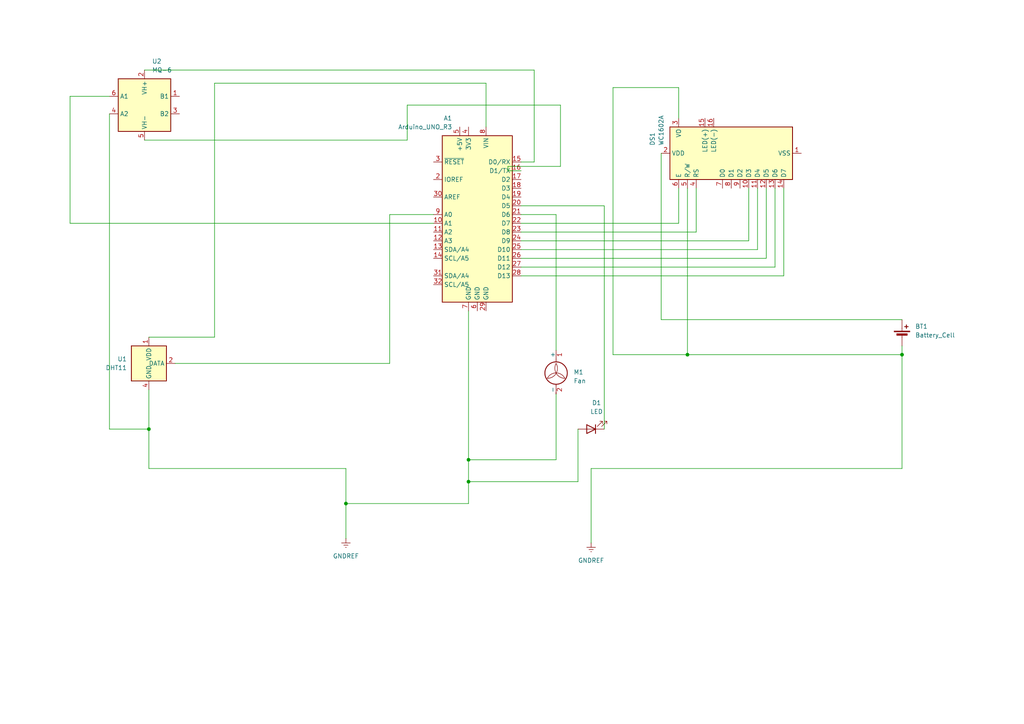
<source format=kicad_sch>
(kicad_sch
	(version 20231120)
	(generator "eeschema")
	(generator_version "8.0")
	(uuid "12108fae-816a-4abf-a157-ecc3889dd7a7")
	(paper "A4")
	(lib_symbols
		(symbol "Device:Battery_Cell"
			(pin_numbers hide)
			(pin_names
				(offset 0) hide)
			(exclude_from_sim no)
			(in_bom yes)
			(on_board yes)
			(property "Reference" "BT"
				(at 2.54 2.54 0)
				(effects
					(font
						(size 1.27 1.27)
					)
					(justify left)
				)
			)
			(property "Value" "Battery_Cell"
				(at 2.54 0 0)
				(effects
					(font
						(size 1.27 1.27)
					)
					(justify left)
				)
			)
			(property "Footprint" ""
				(at 0 1.524 90)
				(effects
					(font
						(size 1.27 1.27)
					)
					(hide yes)
				)
			)
			(property "Datasheet" "~"
				(at 0 1.524 90)
				(effects
					(font
						(size 1.27 1.27)
					)
					(hide yes)
				)
			)
			(property "Description" "Single-cell battery"
				(at 0 0 0)
				(effects
					(font
						(size 1.27 1.27)
					)
					(hide yes)
				)
			)
			(property "ki_keywords" "battery cell"
				(at 0 0 0)
				(effects
					(font
						(size 1.27 1.27)
					)
					(hide yes)
				)
			)
			(symbol "Battery_Cell_0_1"
				(rectangle
					(start -2.286 1.778)
					(end 2.286 1.524)
					(stroke
						(width 0)
						(type default)
					)
					(fill
						(type outline)
					)
				)
				(rectangle
					(start -1.524 1.016)
					(end 1.524 0.508)
					(stroke
						(width 0)
						(type default)
					)
					(fill
						(type outline)
					)
				)
				(polyline
					(pts
						(xy 0 0.762) (xy 0 0)
					)
					(stroke
						(width 0)
						(type default)
					)
					(fill
						(type none)
					)
				)
				(polyline
					(pts
						(xy 0 1.778) (xy 0 2.54)
					)
					(stroke
						(width 0)
						(type default)
					)
					(fill
						(type none)
					)
				)
				(polyline
					(pts
						(xy 0.762 3.048) (xy 1.778 3.048)
					)
					(stroke
						(width 0.254)
						(type default)
					)
					(fill
						(type none)
					)
				)
				(polyline
					(pts
						(xy 1.27 3.556) (xy 1.27 2.54)
					)
					(stroke
						(width 0.254)
						(type default)
					)
					(fill
						(type none)
					)
				)
			)
			(symbol "Battery_Cell_1_1"
				(pin passive line
					(at 0 5.08 270)
					(length 2.54)
					(name "+"
						(effects
							(font
								(size 1.27 1.27)
							)
						)
					)
					(number "1"
						(effects
							(font
								(size 1.27 1.27)
							)
						)
					)
				)
				(pin passive line
					(at 0 -2.54 90)
					(length 2.54)
					(name "-"
						(effects
							(font
								(size 1.27 1.27)
							)
						)
					)
					(number "2"
						(effects
							(font
								(size 1.27 1.27)
							)
						)
					)
				)
			)
		)
		(symbol "Device:LED"
			(pin_numbers hide)
			(pin_names
				(offset 1.016) hide)
			(exclude_from_sim no)
			(in_bom yes)
			(on_board yes)
			(property "Reference" "D"
				(at 0 2.54 0)
				(effects
					(font
						(size 1.27 1.27)
					)
				)
			)
			(property "Value" "LED"
				(at 0 -2.54 0)
				(effects
					(font
						(size 1.27 1.27)
					)
				)
			)
			(property "Footprint" ""
				(at 0 0 0)
				(effects
					(font
						(size 1.27 1.27)
					)
					(hide yes)
				)
			)
			(property "Datasheet" "~"
				(at 0 0 0)
				(effects
					(font
						(size 1.27 1.27)
					)
					(hide yes)
				)
			)
			(property "Description" "Light emitting diode"
				(at 0 0 0)
				(effects
					(font
						(size 1.27 1.27)
					)
					(hide yes)
				)
			)
			(property "ki_keywords" "LED diode"
				(at 0 0 0)
				(effects
					(font
						(size 1.27 1.27)
					)
					(hide yes)
				)
			)
			(property "ki_fp_filters" "LED* LED_SMD:* LED_THT:*"
				(at 0 0 0)
				(effects
					(font
						(size 1.27 1.27)
					)
					(hide yes)
				)
			)
			(symbol "LED_0_1"
				(polyline
					(pts
						(xy -1.27 -1.27) (xy -1.27 1.27)
					)
					(stroke
						(width 0.254)
						(type default)
					)
					(fill
						(type none)
					)
				)
				(polyline
					(pts
						(xy -1.27 0) (xy 1.27 0)
					)
					(stroke
						(width 0)
						(type default)
					)
					(fill
						(type none)
					)
				)
				(polyline
					(pts
						(xy 1.27 -1.27) (xy 1.27 1.27) (xy -1.27 0) (xy 1.27 -1.27)
					)
					(stroke
						(width 0.254)
						(type default)
					)
					(fill
						(type none)
					)
				)
				(polyline
					(pts
						(xy -3.048 -0.762) (xy -4.572 -2.286) (xy -3.81 -2.286) (xy -4.572 -2.286) (xy -4.572 -1.524)
					)
					(stroke
						(width 0)
						(type default)
					)
					(fill
						(type none)
					)
				)
				(polyline
					(pts
						(xy -1.778 -0.762) (xy -3.302 -2.286) (xy -2.54 -2.286) (xy -3.302 -2.286) (xy -3.302 -1.524)
					)
					(stroke
						(width 0)
						(type default)
					)
					(fill
						(type none)
					)
				)
			)
			(symbol "LED_1_1"
				(pin passive line
					(at -3.81 0 0)
					(length 2.54)
					(name "K"
						(effects
							(font
								(size 1.27 1.27)
							)
						)
					)
					(number "1"
						(effects
							(font
								(size 1.27 1.27)
							)
						)
					)
				)
				(pin passive line
					(at 3.81 0 180)
					(length 2.54)
					(name "A"
						(effects
							(font
								(size 1.27 1.27)
							)
						)
					)
					(number "2"
						(effects
							(font
								(size 1.27 1.27)
							)
						)
					)
				)
			)
		)
		(symbol "Display_Character:WC1602A"
			(exclude_from_sim no)
			(in_bom yes)
			(on_board yes)
			(property "Reference" "DS"
				(at -5.842 19.05 0)
				(effects
					(font
						(size 1.27 1.27)
					)
				)
			)
			(property "Value" "WC1602A"
				(at 5.334 19.05 0)
				(effects
					(font
						(size 1.27 1.27)
					)
				)
			)
			(property "Footprint" "Display:WC1602A"
				(at 0 -22.86 0)
				(effects
					(font
						(size 1.27 1.27)
						(italic yes)
					)
					(hide yes)
				)
			)
			(property "Datasheet" "http://www.wincomlcd.com/pdf/WC1602A-SFYLYHTC06.pdf"
				(at 17.78 0 0)
				(effects
					(font
						(size 1.27 1.27)
					)
					(hide yes)
				)
			)
			(property "Description" "LCD 16x2 Alphanumeric , 8 bit parallel bus, 5V VDD"
				(at 0 0 0)
				(effects
					(font
						(size 1.27 1.27)
					)
					(hide yes)
				)
			)
			(property "ki_keywords" "display LCD dot-matrix"
				(at 0 0 0)
				(effects
					(font
						(size 1.27 1.27)
					)
					(hide yes)
				)
			)
			(property "ki_fp_filters" "*WC*1602A*"
				(at 0 0 0)
				(effects
					(font
						(size 1.27 1.27)
					)
					(hide yes)
				)
			)
			(symbol "WC1602A_1_1"
				(rectangle
					(start -7.62 17.78)
					(end 7.62 -17.78)
					(stroke
						(width 0.254)
						(type default)
					)
					(fill
						(type background)
					)
				)
				(pin power_in line
					(at 0 -20.32 90)
					(length 2.54)
					(name "VSS"
						(effects
							(font
								(size 1.27 1.27)
							)
						)
					)
					(number "1"
						(effects
							(font
								(size 1.27 1.27)
							)
						)
					)
				)
				(pin input line
					(at -10.16 -5.08 0)
					(length 2.54)
					(name "D3"
						(effects
							(font
								(size 1.27 1.27)
							)
						)
					)
					(number "10"
						(effects
							(font
								(size 1.27 1.27)
							)
						)
					)
				)
				(pin input line
					(at -10.16 -7.62 0)
					(length 2.54)
					(name "D4"
						(effects
							(font
								(size 1.27 1.27)
							)
						)
					)
					(number "11"
						(effects
							(font
								(size 1.27 1.27)
							)
						)
					)
				)
				(pin input line
					(at -10.16 -10.16 0)
					(length 2.54)
					(name "D5"
						(effects
							(font
								(size 1.27 1.27)
							)
						)
					)
					(number "12"
						(effects
							(font
								(size 1.27 1.27)
							)
						)
					)
				)
				(pin input line
					(at -10.16 -12.7 0)
					(length 2.54)
					(name "D6"
						(effects
							(font
								(size 1.27 1.27)
							)
						)
					)
					(number "13"
						(effects
							(font
								(size 1.27 1.27)
							)
						)
					)
				)
				(pin input line
					(at -10.16 -15.24 0)
					(length 2.54)
					(name "D7"
						(effects
							(font
								(size 1.27 1.27)
							)
						)
					)
					(number "14"
						(effects
							(font
								(size 1.27 1.27)
							)
						)
					)
				)
				(pin power_in line
					(at 10.16 7.62 180)
					(length 2.54)
					(name "LED(+)"
						(effects
							(font
								(size 1.27 1.27)
							)
						)
					)
					(number "15"
						(effects
							(font
								(size 1.27 1.27)
							)
						)
					)
				)
				(pin power_in line
					(at 10.16 5.08 180)
					(length 2.54)
					(name "LED(-)"
						(effects
							(font
								(size 1.27 1.27)
							)
						)
					)
					(number "16"
						(effects
							(font
								(size 1.27 1.27)
							)
						)
					)
				)
				(pin power_in line
					(at 0 20.32 270)
					(length 2.54)
					(name "VDD"
						(effects
							(font
								(size 1.27 1.27)
							)
						)
					)
					(number "2"
						(effects
							(font
								(size 1.27 1.27)
							)
						)
					)
				)
				(pin input line
					(at 10.16 15.24 180)
					(length 2.54)
					(name "VO"
						(effects
							(font
								(size 1.27 1.27)
							)
						)
					)
					(number "3"
						(effects
							(font
								(size 1.27 1.27)
							)
						)
					)
				)
				(pin input line
					(at -10.16 10.16 0)
					(length 2.54)
					(name "RS"
						(effects
							(font
								(size 1.27 1.27)
							)
						)
					)
					(number "4"
						(effects
							(font
								(size 1.27 1.27)
							)
						)
					)
				)
				(pin input line
					(at -10.16 12.7 0)
					(length 2.54)
					(name "R/W"
						(effects
							(font
								(size 1.27 1.27)
							)
						)
					)
					(number "5"
						(effects
							(font
								(size 1.27 1.27)
							)
						)
					)
				)
				(pin input line
					(at -10.16 15.24 0)
					(length 2.54)
					(name "E"
						(effects
							(font
								(size 1.27 1.27)
							)
						)
					)
					(number "6"
						(effects
							(font
								(size 1.27 1.27)
							)
						)
					)
				)
				(pin input line
					(at -10.16 2.54 0)
					(length 2.54)
					(name "D0"
						(effects
							(font
								(size 1.27 1.27)
							)
						)
					)
					(number "7"
						(effects
							(font
								(size 1.27 1.27)
							)
						)
					)
				)
				(pin input line
					(at -10.16 0 0)
					(length 2.54)
					(name "D1"
						(effects
							(font
								(size 1.27 1.27)
							)
						)
					)
					(number "8"
						(effects
							(font
								(size 1.27 1.27)
							)
						)
					)
				)
				(pin input line
					(at -10.16 -2.54 0)
					(length 2.54)
					(name "D2"
						(effects
							(font
								(size 1.27 1.27)
							)
						)
					)
					(number "9"
						(effects
							(font
								(size 1.27 1.27)
							)
						)
					)
				)
			)
		)
		(symbol "MCU_Module:Arduino_UNO_R3"
			(exclude_from_sim no)
			(in_bom yes)
			(on_board yes)
			(property "Reference" "A"
				(at -10.16 23.495 0)
				(effects
					(font
						(size 1.27 1.27)
					)
					(justify left bottom)
				)
			)
			(property "Value" "Arduino_UNO_R3"
				(at 5.08 -26.67 0)
				(effects
					(font
						(size 1.27 1.27)
					)
					(justify left top)
				)
			)
			(property "Footprint" "Module:Arduino_UNO_R3"
				(at 0 0 0)
				(effects
					(font
						(size 1.27 1.27)
						(italic yes)
					)
					(hide yes)
				)
			)
			(property "Datasheet" "https://www.arduino.cc/en/Main/arduinoBoardUno"
				(at 0 0 0)
				(effects
					(font
						(size 1.27 1.27)
					)
					(hide yes)
				)
			)
			(property "Description" "Arduino UNO Microcontroller Module, release 3"
				(at 0 0 0)
				(effects
					(font
						(size 1.27 1.27)
					)
					(hide yes)
				)
			)
			(property "ki_keywords" "Arduino UNO R3 Microcontroller Module Atmel AVR USB"
				(at 0 0 0)
				(effects
					(font
						(size 1.27 1.27)
					)
					(hide yes)
				)
			)
			(property "ki_fp_filters" "Arduino*UNO*R3*"
				(at 0 0 0)
				(effects
					(font
						(size 1.27 1.27)
					)
					(hide yes)
				)
			)
			(symbol "Arduino_UNO_R3_0_1"
				(rectangle
					(start -10.16 22.86)
					(end 10.16 -25.4)
					(stroke
						(width 0.254)
						(type default)
					)
					(fill
						(type background)
					)
				)
			)
			(symbol "Arduino_UNO_R3_1_1"
				(pin no_connect line
					(at -10.16 -20.32 0)
					(length 2.54) hide
					(name "NC"
						(effects
							(font
								(size 1.27 1.27)
							)
						)
					)
					(number "1"
						(effects
							(font
								(size 1.27 1.27)
							)
						)
					)
				)
				(pin bidirectional line
					(at 12.7 -2.54 180)
					(length 2.54)
					(name "A1"
						(effects
							(font
								(size 1.27 1.27)
							)
						)
					)
					(number "10"
						(effects
							(font
								(size 1.27 1.27)
							)
						)
					)
				)
				(pin bidirectional line
					(at 12.7 -5.08 180)
					(length 2.54)
					(name "A2"
						(effects
							(font
								(size 1.27 1.27)
							)
						)
					)
					(number "11"
						(effects
							(font
								(size 1.27 1.27)
							)
						)
					)
				)
				(pin bidirectional line
					(at 12.7 -7.62 180)
					(length 2.54)
					(name "A3"
						(effects
							(font
								(size 1.27 1.27)
							)
						)
					)
					(number "12"
						(effects
							(font
								(size 1.27 1.27)
							)
						)
					)
				)
				(pin bidirectional line
					(at 12.7 -10.16 180)
					(length 2.54)
					(name "SDA/A4"
						(effects
							(font
								(size 1.27 1.27)
							)
						)
					)
					(number "13"
						(effects
							(font
								(size 1.27 1.27)
							)
						)
					)
				)
				(pin bidirectional line
					(at 12.7 -12.7 180)
					(length 2.54)
					(name "SCL/A5"
						(effects
							(font
								(size 1.27 1.27)
							)
						)
					)
					(number "14"
						(effects
							(font
								(size 1.27 1.27)
							)
						)
					)
				)
				(pin bidirectional line
					(at -12.7 15.24 0)
					(length 2.54)
					(name "D0/RX"
						(effects
							(font
								(size 1.27 1.27)
							)
						)
					)
					(number "15"
						(effects
							(font
								(size 1.27 1.27)
							)
						)
					)
				)
				(pin bidirectional line
					(at -12.7 12.7 0)
					(length 2.54)
					(name "D1/TX"
						(effects
							(font
								(size 1.27 1.27)
							)
						)
					)
					(number "16"
						(effects
							(font
								(size 1.27 1.27)
							)
						)
					)
				)
				(pin bidirectional line
					(at -12.7 10.16 0)
					(length 2.54)
					(name "D2"
						(effects
							(font
								(size 1.27 1.27)
							)
						)
					)
					(number "17"
						(effects
							(font
								(size 1.27 1.27)
							)
						)
					)
				)
				(pin bidirectional line
					(at -12.7 7.62 0)
					(length 2.54)
					(name "D3"
						(effects
							(font
								(size 1.27 1.27)
							)
						)
					)
					(number "18"
						(effects
							(font
								(size 1.27 1.27)
							)
						)
					)
				)
				(pin bidirectional line
					(at -12.7 5.08 0)
					(length 2.54)
					(name "D4"
						(effects
							(font
								(size 1.27 1.27)
							)
						)
					)
					(number "19"
						(effects
							(font
								(size 1.27 1.27)
							)
						)
					)
				)
				(pin output line
					(at 12.7 10.16 180)
					(length 2.54)
					(name "IOREF"
						(effects
							(font
								(size 1.27 1.27)
							)
						)
					)
					(number "2"
						(effects
							(font
								(size 1.27 1.27)
							)
						)
					)
				)
				(pin bidirectional line
					(at -12.7 2.54 0)
					(length 2.54)
					(name "D5"
						(effects
							(font
								(size 1.27 1.27)
							)
						)
					)
					(number "20"
						(effects
							(font
								(size 1.27 1.27)
							)
						)
					)
				)
				(pin bidirectional line
					(at -12.7 0 0)
					(length 2.54)
					(name "D6"
						(effects
							(font
								(size 1.27 1.27)
							)
						)
					)
					(number "21"
						(effects
							(font
								(size 1.27 1.27)
							)
						)
					)
				)
				(pin bidirectional line
					(at -12.7 -2.54 0)
					(length 2.54)
					(name "D7"
						(effects
							(font
								(size 1.27 1.27)
							)
						)
					)
					(number "22"
						(effects
							(font
								(size 1.27 1.27)
							)
						)
					)
				)
				(pin bidirectional line
					(at -12.7 -5.08 0)
					(length 2.54)
					(name "D8"
						(effects
							(font
								(size 1.27 1.27)
							)
						)
					)
					(number "23"
						(effects
							(font
								(size 1.27 1.27)
							)
						)
					)
				)
				(pin bidirectional line
					(at -12.7 -7.62 0)
					(length 2.54)
					(name "D9"
						(effects
							(font
								(size 1.27 1.27)
							)
						)
					)
					(number "24"
						(effects
							(font
								(size 1.27 1.27)
							)
						)
					)
				)
				(pin bidirectional line
					(at -12.7 -10.16 0)
					(length 2.54)
					(name "D10"
						(effects
							(font
								(size 1.27 1.27)
							)
						)
					)
					(number "25"
						(effects
							(font
								(size 1.27 1.27)
							)
						)
					)
				)
				(pin bidirectional line
					(at -12.7 -12.7 0)
					(length 2.54)
					(name "D11"
						(effects
							(font
								(size 1.27 1.27)
							)
						)
					)
					(number "26"
						(effects
							(font
								(size 1.27 1.27)
							)
						)
					)
				)
				(pin bidirectional line
					(at -12.7 -15.24 0)
					(length 2.54)
					(name "D12"
						(effects
							(font
								(size 1.27 1.27)
							)
						)
					)
					(number "27"
						(effects
							(font
								(size 1.27 1.27)
							)
						)
					)
				)
				(pin bidirectional line
					(at -12.7 -17.78 0)
					(length 2.54)
					(name "D13"
						(effects
							(font
								(size 1.27 1.27)
							)
						)
					)
					(number "28"
						(effects
							(font
								(size 1.27 1.27)
							)
						)
					)
				)
				(pin power_in line
					(at -2.54 -27.94 90)
					(length 2.54)
					(name "GND"
						(effects
							(font
								(size 1.27 1.27)
							)
						)
					)
					(number "29"
						(effects
							(font
								(size 1.27 1.27)
							)
						)
					)
				)
				(pin input line
					(at 12.7 15.24 180)
					(length 2.54)
					(name "~{RESET}"
						(effects
							(font
								(size 1.27 1.27)
							)
						)
					)
					(number "3"
						(effects
							(font
								(size 1.27 1.27)
							)
						)
					)
				)
				(pin input line
					(at 12.7 5.08 180)
					(length 2.54)
					(name "AREF"
						(effects
							(font
								(size 1.27 1.27)
							)
						)
					)
					(number "30"
						(effects
							(font
								(size 1.27 1.27)
							)
						)
					)
				)
				(pin bidirectional line
					(at 12.7 -17.78 180)
					(length 2.54)
					(name "SDA/A4"
						(effects
							(font
								(size 1.27 1.27)
							)
						)
					)
					(number "31"
						(effects
							(font
								(size 1.27 1.27)
							)
						)
					)
				)
				(pin bidirectional line
					(at 12.7 -20.32 180)
					(length 2.54)
					(name "SCL/A5"
						(effects
							(font
								(size 1.27 1.27)
							)
						)
					)
					(number "32"
						(effects
							(font
								(size 1.27 1.27)
							)
						)
					)
				)
				(pin power_out line
					(at 2.54 25.4 270)
					(length 2.54)
					(name "3V3"
						(effects
							(font
								(size 1.27 1.27)
							)
						)
					)
					(number "4"
						(effects
							(font
								(size 1.27 1.27)
							)
						)
					)
				)
				(pin power_out line
					(at 5.08 25.4 270)
					(length 2.54)
					(name "+5V"
						(effects
							(font
								(size 1.27 1.27)
							)
						)
					)
					(number "5"
						(effects
							(font
								(size 1.27 1.27)
							)
						)
					)
				)
				(pin power_in line
					(at 0 -27.94 90)
					(length 2.54)
					(name "GND"
						(effects
							(font
								(size 1.27 1.27)
							)
						)
					)
					(number "6"
						(effects
							(font
								(size 1.27 1.27)
							)
						)
					)
				)
				(pin power_in line
					(at 2.54 -27.94 90)
					(length 2.54)
					(name "GND"
						(effects
							(font
								(size 1.27 1.27)
							)
						)
					)
					(number "7"
						(effects
							(font
								(size 1.27 1.27)
							)
						)
					)
				)
				(pin power_in line
					(at -2.54 25.4 270)
					(length 2.54)
					(name "VIN"
						(effects
							(font
								(size 1.27 1.27)
							)
						)
					)
					(number "8"
						(effects
							(font
								(size 1.27 1.27)
							)
						)
					)
				)
				(pin bidirectional line
					(at 12.7 0 180)
					(length 2.54)
					(name "A0"
						(effects
							(font
								(size 1.27 1.27)
							)
						)
					)
					(number "9"
						(effects
							(font
								(size 1.27 1.27)
							)
						)
					)
				)
			)
		)
		(symbol "Motor:Fan"
			(pin_names
				(offset 0)
			)
			(exclude_from_sim no)
			(in_bom yes)
			(on_board yes)
			(property "Reference" "M"
				(at 2.54 5.08 0)
				(effects
					(font
						(size 1.27 1.27)
					)
					(justify left)
				)
			)
			(property "Value" "Fan"
				(at 2.54 -2.54 0)
				(effects
					(font
						(size 1.27 1.27)
					)
					(justify left top)
				)
			)
			(property "Footprint" ""
				(at 0 0.254 0)
				(effects
					(font
						(size 1.27 1.27)
					)
					(hide yes)
				)
			)
			(property "Datasheet" "~"
				(at 0 0.254 0)
				(effects
					(font
						(size 1.27 1.27)
					)
					(hide yes)
				)
			)
			(property "Description" "Fan"
				(at 0 0 0)
				(effects
					(font
						(size 1.27 1.27)
					)
					(hide yes)
				)
			)
			(property "ki_keywords" "Fan Motor"
				(at 0 0 0)
				(effects
					(font
						(size 1.27 1.27)
					)
					(hide yes)
				)
			)
			(property "ki_fp_filters" "PinHeader*P2.54mm* TerminalBlock*"
				(at 0 0 0)
				(effects
					(font
						(size 1.27 1.27)
					)
					(hide yes)
				)
			)
			(symbol "Fan_0_1"
				(arc
					(start -2.54 -0.508)
					(mid 0.0028 0.9121)
					(end 0 3.81)
					(stroke
						(width 0)
						(type default)
					)
					(fill
						(type none)
					)
				)
				(polyline
					(pts
						(xy 0 -5.08) (xy 0 -4.572)
					)
					(stroke
						(width 0)
						(type default)
					)
					(fill
						(type none)
					)
				)
				(polyline
					(pts
						(xy 0 -2.2352) (xy 0 -2.6416)
					)
					(stroke
						(width 0)
						(type default)
					)
					(fill
						(type none)
					)
				)
				(polyline
					(pts
						(xy 0 4.2672) (xy 0 4.6228)
					)
					(stroke
						(width 0)
						(type default)
					)
					(fill
						(type none)
					)
				)
				(polyline
					(pts
						(xy 0 4.572) (xy 0 5.08)
					)
					(stroke
						(width 0)
						(type default)
					)
					(fill
						(type none)
					)
				)
				(circle
					(center 0 1.016)
					(radius 3.2512)
					(stroke
						(width 0.254)
						(type default)
					)
					(fill
						(type none)
					)
				)
				(arc
					(start 0 3.81)
					(mid 0.053 0.921)
					(end 2.54 -0.508)
					(stroke
						(width 0)
						(type default)
					)
					(fill
						(type none)
					)
				)
				(arc
					(start 2.54 -0.508)
					(mid 0 1.0618)
					(end -2.54 -0.508)
					(stroke
						(width 0)
						(type default)
					)
					(fill
						(type none)
					)
				)
			)
			(symbol "Fan_1_1"
				(pin passive line
					(at 0 7.62 270)
					(length 2.54)
					(name "+"
						(effects
							(font
								(size 1.27 1.27)
							)
						)
					)
					(number "1"
						(effects
							(font
								(size 1.27 1.27)
							)
						)
					)
				)
				(pin passive line
					(at 0 -5.08 90)
					(length 2.54)
					(name "-"
						(effects
							(font
								(size 1.27 1.27)
							)
						)
					)
					(number "2"
						(effects
							(font
								(size 1.27 1.27)
							)
						)
					)
				)
			)
		)
		(symbol "Sensor:DHT11"
			(exclude_from_sim no)
			(in_bom yes)
			(on_board yes)
			(property "Reference" "U"
				(at -3.81 6.35 0)
				(effects
					(font
						(size 1.27 1.27)
					)
				)
			)
			(property "Value" "DHT11"
				(at 3.81 6.35 0)
				(effects
					(font
						(size 1.27 1.27)
					)
				)
			)
			(property "Footprint" "Sensor:Aosong_DHT11_5.5x12.0_P2.54mm"
				(at 0 -10.16 0)
				(effects
					(font
						(size 1.27 1.27)
					)
					(hide yes)
				)
			)
			(property "Datasheet" "http://akizukidenshi.com/download/ds/aosong/DHT11.pdf"
				(at 3.81 6.35 0)
				(effects
					(font
						(size 1.27 1.27)
					)
					(hide yes)
				)
			)
			(property "Description" "3.3V to 5.5V, temperature and humidity module, DHT11"
				(at 0 0 0)
				(effects
					(font
						(size 1.27 1.27)
					)
					(hide yes)
				)
			)
			(property "ki_keywords" "digital sensor"
				(at 0 0 0)
				(effects
					(font
						(size 1.27 1.27)
					)
					(hide yes)
				)
			)
			(property "ki_fp_filters" "Aosong*DHT11*5.5x12.0*P2.54mm*"
				(at 0 0 0)
				(effects
					(font
						(size 1.27 1.27)
					)
					(hide yes)
				)
			)
			(symbol "DHT11_0_1"
				(rectangle
					(start -5.08 5.08)
					(end 5.08 -5.08)
					(stroke
						(width 0.254)
						(type default)
					)
					(fill
						(type background)
					)
				)
			)
			(symbol "DHT11_1_1"
				(pin power_in line
					(at 0 7.62 270)
					(length 2.54)
					(name "VDD"
						(effects
							(font
								(size 1.27 1.27)
							)
						)
					)
					(number "1"
						(effects
							(font
								(size 1.27 1.27)
							)
						)
					)
				)
				(pin bidirectional line
					(at 7.62 0 180)
					(length 2.54)
					(name "DATA"
						(effects
							(font
								(size 1.27 1.27)
							)
						)
					)
					(number "2"
						(effects
							(font
								(size 1.27 1.27)
							)
						)
					)
				)
				(pin no_connect line
					(at -5.08 0 0)
					(length 2.54) hide
					(name "NC"
						(effects
							(font
								(size 1.27 1.27)
							)
						)
					)
					(number "3"
						(effects
							(font
								(size 1.27 1.27)
							)
						)
					)
				)
				(pin power_in line
					(at 0 -7.62 90)
					(length 2.54)
					(name "GND"
						(effects
							(font
								(size 1.27 1.27)
							)
						)
					)
					(number "4"
						(effects
							(font
								(size 1.27 1.27)
							)
						)
					)
				)
			)
		)
		(symbol "Sensor_Gas:MQ-6"
			(exclude_from_sim no)
			(in_bom yes)
			(on_board yes)
			(property "Reference" "U"
				(at -6.35 8.89 0)
				(effects
					(font
						(size 1.27 1.27)
					)
				)
			)
			(property "Value" "MQ-6"
				(at 3.81 8.89 0)
				(effects
					(font
						(size 1.27 1.27)
					)
				)
			)
			(property "Footprint" "Sensor:MQ-6"
				(at 1.27 -11.43 0)
				(effects
					(font
						(size 1.27 1.27)
					)
					(hide yes)
				)
			)
			(property "Datasheet" "https://www.winsen-sensor.com/d/files/semiconductor/mq-6.pdf"
				(at 0 6.35 0)
				(effects
					(font
						(size 1.27 1.27)
					)
					(hide yes)
				)
			)
			(property "Description" "Semiconductor Sensor for Flammable Gas"
				(at 0 0 0)
				(effects
					(font
						(size 1.27 1.27)
					)
					(hide yes)
				)
			)
			(property "ki_keywords" "flammable gas sensor LPG"
				(at 0 0 0)
				(effects
					(font
						(size 1.27 1.27)
					)
					(hide yes)
				)
			)
			(property "ki_fp_filters" "*MQ*6*"
				(at 0 0 0)
				(effects
					(font
						(size 1.27 1.27)
					)
					(hide yes)
				)
			)
			(symbol "MQ-6_0_1"
				(rectangle
					(start -7.62 7.62)
					(end 7.62 -7.62)
					(stroke
						(width 0.254)
						(type default)
					)
					(fill
						(type background)
					)
				)
			)
			(symbol "MQ-6_1_1"
				(pin passive line
					(at 10.16 2.54 180)
					(length 2.54)
					(name "B1"
						(effects
							(font
								(size 1.27 1.27)
							)
						)
					)
					(number "1"
						(effects
							(font
								(size 1.27 1.27)
							)
						)
					)
				)
				(pin power_in line
					(at 0 10.16 270)
					(length 2.54)
					(name "VH+"
						(effects
							(font
								(size 1.27 1.27)
							)
						)
					)
					(number "2"
						(effects
							(font
								(size 1.27 1.27)
							)
						)
					)
				)
				(pin passive line
					(at 10.16 -2.54 180)
					(length 2.54)
					(name "B2"
						(effects
							(font
								(size 1.27 1.27)
							)
						)
					)
					(number "3"
						(effects
							(font
								(size 1.27 1.27)
							)
						)
					)
				)
				(pin passive line
					(at -10.16 -2.54 0)
					(length 2.54)
					(name "A2"
						(effects
							(font
								(size 1.27 1.27)
							)
						)
					)
					(number "4"
						(effects
							(font
								(size 1.27 1.27)
							)
						)
					)
				)
				(pin power_in line
					(at 0 -10.16 90)
					(length 2.54)
					(name "VH-"
						(effects
							(font
								(size 1.27 1.27)
							)
						)
					)
					(number "5"
						(effects
							(font
								(size 1.27 1.27)
							)
						)
					)
				)
				(pin passive line
					(at -10.16 2.54 0)
					(length 2.54)
					(name "A1"
						(effects
							(font
								(size 1.27 1.27)
							)
						)
					)
					(number "6"
						(effects
							(font
								(size 1.27 1.27)
							)
						)
					)
				)
			)
		)
		(symbol "power:GNDREF"
			(power)
			(pin_numbers hide)
			(pin_names
				(offset 0) hide)
			(exclude_from_sim no)
			(in_bom yes)
			(on_board yes)
			(property "Reference" "#PWR"
				(at 0 -6.35 0)
				(effects
					(font
						(size 1.27 1.27)
					)
					(hide yes)
				)
			)
			(property "Value" "GNDREF"
				(at 0 -3.81 0)
				(effects
					(font
						(size 1.27 1.27)
					)
				)
			)
			(property "Footprint" ""
				(at 0 0 0)
				(effects
					(font
						(size 1.27 1.27)
					)
					(hide yes)
				)
			)
			(property "Datasheet" ""
				(at 0 0 0)
				(effects
					(font
						(size 1.27 1.27)
					)
					(hide yes)
				)
			)
			(property "Description" "Power symbol creates a global label with name \"GNDREF\" , reference supply ground"
				(at 0 0 0)
				(effects
					(font
						(size 1.27 1.27)
					)
					(hide yes)
				)
			)
			(property "ki_keywords" "global power"
				(at 0 0 0)
				(effects
					(font
						(size 1.27 1.27)
					)
					(hide yes)
				)
			)
			(symbol "GNDREF_0_1"
				(polyline
					(pts
						(xy -0.635 -1.905) (xy 0.635 -1.905)
					)
					(stroke
						(width 0)
						(type default)
					)
					(fill
						(type none)
					)
				)
				(polyline
					(pts
						(xy -0.127 -2.54) (xy 0.127 -2.54)
					)
					(stroke
						(width 0)
						(type default)
					)
					(fill
						(type none)
					)
				)
				(polyline
					(pts
						(xy 0 -1.27) (xy 0 0)
					)
					(stroke
						(width 0)
						(type default)
					)
					(fill
						(type none)
					)
				)
				(polyline
					(pts
						(xy 1.27 -1.27) (xy -1.27 -1.27)
					)
					(stroke
						(width 0)
						(type default)
					)
					(fill
						(type none)
					)
				)
			)
			(symbol "GNDREF_1_1"
				(pin power_in line
					(at 0 0 270)
					(length 0)
					(name "~"
						(effects
							(font
								(size 1.27 1.27)
							)
						)
					)
					(number "1"
						(effects
							(font
								(size 1.27 1.27)
							)
						)
					)
				)
			)
		)
	)
	(junction
		(at 100.33 146.05)
		(diameter 0)
		(color 0 0 0 0)
		(uuid "3082c623-3900-4ce7-a224-43065030c7fd")
	)
	(junction
		(at 135.89 133.35)
		(diameter 0)
		(color 0 0 0 0)
		(uuid "57cc82c3-db56-4100-91ac-52bf2b182c21")
	)
	(junction
		(at 261.62 102.87)
		(diameter 0)
		(color 0 0 0 0)
		(uuid "5b92b644-d75c-4a53-ac80-b73358f09a91")
	)
	(junction
		(at 199.39 102.87)
		(diameter 0)
		(color 0 0 0 0)
		(uuid "bb3523fa-cb83-4d37-a1f4-0dad02c7ef9e")
	)
	(junction
		(at 135.89 139.7)
		(diameter 0)
		(color 0 0 0 0)
		(uuid "df50e685-7b2c-4115-a61d-1afeefb8be65")
	)
	(junction
		(at 43.18 124.46)
		(diameter 0)
		(color 0 0 0 0)
		(uuid "ea8ec596-3697-4af7-9a12-1a2c7eae708f")
	)
	(wire
		(pts
			(xy 199.39 102.87) (xy 261.62 102.87)
		)
		(stroke
			(width 0)
			(type default)
		)
		(uuid "0511151a-657f-48e8-a410-9f2b7a9d50d2")
	)
	(wire
		(pts
			(xy 167.64 124.46) (xy 167.64 139.7)
		)
		(stroke
			(width 0)
			(type default)
		)
		(uuid "0a620f4e-543c-487a-b260-abcfc2ec31ed")
	)
	(wire
		(pts
			(xy 100.33 135.89) (xy 100.33 146.05)
		)
		(stroke
			(width 0)
			(type default)
		)
		(uuid "0ccc6341-7c8e-47b0-9efe-2357bd393a5f")
	)
	(wire
		(pts
			(xy 199.39 54.61) (xy 199.39 102.87)
		)
		(stroke
			(width 0)
			(type default)
		)
		(uuid "0cdf307c-8688-4505-b013-dc3aeb55d462")
	)
	(wire
		(pts
			(xy 151.13 74.93) (xy 222.25 74.93)
		)
		(stroke
			(width 0)
			(type default)
		)
		(uuid "0eb82dcf-d2f8-4edd-98a5-b7c923d398c7")
	)
	(wire
		(pts
			(xy 151.13 77.47) (xy 224.79 77.47)
		)
		(stroke
			(width 0)
			(type default)
		)
		(uuid "0ff883ff-8ff2-441b-9bf3-079100376244")
	)
	(wire
		(pts
			(xy 135.89 146.05) (xy 100.33 146.05)
		)
		(stroke
			(width 0)
			(type default)
		)
		(uuid "12ec50fd-2295-4957-b3f7-1984cfbd1785")
	)
	(wire
		(pts
			(xy 151.13 62.23) (xy 161.29 62.23)
		)
		(stroke
			(width 0)
			(type default)
		)
		(uuid "1430a953-4d42-4f7a-889e-0301b49ef75d")
	)
	(wire
		(pts
			(xy 162.56 48.26) (xy 147.32 48.26)
		)
		(stroke
			(width 0)
			(type default)
		)
		(uuid "1796e84c-9222-46cb-8d5a-94bccff881ad")
	)
	(wire
		(pts
			(xy 219.71 72.39) (xy 219.71 54.61)
		)
		(stroke
			(width 0)
			(type default)
		)
		(uuid "19d5f959-de20-4156-a9bc-a18c441000e4")
	)
	(wire
		(pts
			(xy 154.94 20.32) (xy 154.94 46.99)
		)
		(stroke
			(width 0)
			(type default)
		)
		(uuid "1d84c362-026c-41c8-9b39-579c73a0ea99")
	)
	(wire
		(pts
			(xy 31.75 124.46) (xy 43.18 124.46)
		)
		(stroke
			(width 0)
			(type default)
		)
		(uuid "2630bdda-c4a1-477c-81a7-4d46c9af6000")
	)
	(wire
		(pts
			(xy 154.94 46.99) (xy 151.13 46.99)
		)
		(stroke
			(width 0)
			(type default)
		)
		(uuid "33410d9e-2f35-4a74-b7f7-bd1d6c59a735")
	)
	(wire
		(pts
			(xy 162.56 30.48) (xy 162.56 48.26)
		)
		(stroke
			(width 0)
			(type default)
		)
		(uuid "36e0b963-f209-40f9-977a-02ecda3bbe33")
	)
	(wire
		(pts
			(xy 135.89 133.35) (xy 135.89 139.7)
		)
		(stroke
			(width 0)
			(type default)
		)
		(uuid "36fe1877-f007-4679-ba4d-06f18bf21349")
	)
	(wire
		(pts
			(xy 151.13 69.85) (xy 217.17 69.85)
		)
		(stroke
			(width 0)
			(type default)
		)
		(uuid "3efbdeac-5733-4ee8-a8a6-fae28ae5172e")
	)
	(wire
		(pts
			(xy 151.13 72.39) (xy 219.71 72.39)
		)
		(stroke
			(width 0)
			(type default)
		)
		(uuid "41b864d5-da4e-4258-a581-e7a2abe21f6a")
	)
	(wire
		(pts
			(xy 151.13 67.31) (xy 201.93 67.31)
		)
		(stroke
			(width 0)
			(type default)
		)
		(uuid "4863733e-deaa-4453-a7c7-2125b7650de5")
	)
	(wire
		(pts
			(xy 227.33 80.01) (xy 227.33 54.61)
		)
		(stroke
			(width 0)
			(type default)
		)
		(uuid "489739c9-03b1-436f-9271-503f9b7eb405")
	)
	(wire
		(pts
			(xy 196.85 54.61) (xy 196.85 64.77)
		)
		(stroke
			(width 0)
			(type default)
		)
		(uuid "4b89223f-210b-438b-8079-ed927791f56f")
	)
	(wire
		(pts
			(xy 161.29 133.35) (xy 135.89 133.35)
		)
		(stroke
			(width 0)
			(type default)
		)
		(uuid "4c2b278c-079f-45de-9dd8-8ec0ab0105df")
	)
	(wire
		(pts
			(xy 100.33 146.05) (xy 100.33 156.21)
		)
		(stroke
			(width 0)
			(type default)
		)
		(uuid "526f771a-edf6-4dab-bd23-f968e2664225")
	)
	(wire
		(pts
			(xy 147.32 49.53) (xy 151.13 49.53)
		)
		(stroke
			(width 0)
			(type default)
		)
		(uuid "52bdc860-936e-4824-b9d5-cfecbfd49bdb")
	)
	(wire
		(pts
			(xy 135.89 90.17) (xy 135.89 133.35)
		)
		(stroke
			(width 0)
			(type default)
		)
		(uuid "548edd9d-d365-46b6-9ad7-8740903f8714")
	)
	(wire
		(pts
			(xy 196.85 64.77) (xy 151.13 64.77)
		)
		(stroke
			(width 0)
			(type default)
		)
		(uuid "5bc7b29b-a590-460f-a43b-8191cacdf09f")
	)
	(wire
		(pts
			(xy 50.8 105.41) (xy 113.03 105.41)
		)
		(stroke
			(width 0)
			(type default)
		)
		(uuid "64541108-a762-48f6-8f63-124581f31946")
	)
	(wire
		(pts
			(xy 118.11 40.64) (xy 118.11 30.48)
		)
		(stroke
			(width 0)
			(type default)
		)
		(uuid "68a46157-0aff-447b-8d34-4cbbed38f42c")
	)
	(wire
		(pts
			(xy 151.13 80.01) (xy 227.33 80.01)
		)
		(stroke
			(width 0)
			(type default)
		)
		(uuid "6ab6afc8-30b3-491a-8e5d-032f343fc719")
	)
	(wire
		(pts
			(xy 43.18 135.89) (xy 100.33 135.89)
		)
		(stroke
			(width 0)
			(type default)
		)
		(uuid "7468616a-10b1-4f59-b208-5ebe23ed2baf")
	)
	(wire
		(pts
			(xy 222.25 74.93) (xy 222.25 54.61)
		)
		(stroke
			(width 0)
			(type default)
		)
		(uuid "748d6e5e-e40d-4bb3-ac00-3d61b686e792")
	)
	(wire
		(pts
			(xy 41.91 40.64) (xy 118.11 40.64)
		)
		(stroke
			(width 0)
			(type default)
		)
		(uuid "79a3bbb9-2abb-4792-b24f-5713d51cf6c6")
	)
	(wire
		(pts
			(xy 62.23 24.13) (xy 62.23 97.79)
		)
		(stroke
			(width 0)
			(type default)
		)
		(uuid "7ff0f48c-df80-49e1-be0f-1f543e026597")
	)
	(wire
		(pts
			(xy 20.32 64.77) (xy 125.73 64.77)
		)
		(stroke
			(width 0)
			(type default)
		)
		(uuid "8195ca20-8191-48f3-927f-2e1b8f4338a9")
	)
	(wire
		(pts
			(xy 177.8 102.87) (xy 199.39 102.87)
		)
		(stroke
			(width 0)
			(type default)
		)
		(uuid "81de0f42-d7b9-4922-af8f-f63aa1987e17")
	)
	(wire
		(pts
			(xy 196.85 34.29) (xy 196.85 25.4)
		)
		(stroke
			(width 0)
			(type default)
		)
		(uuid "86a29134-9e1e-401e-b383-cf79c96443f7")
	)
	(wire
		(pts
			(xy 217.17 69.85) (xy 217.17 54.61)
		)
		(stroke
			(width 0)
			(type default)
		)
		(uuid "8b1320dd-a297-4660-bf5c-ea7f92d795c0")
	)
	(wire
		(pts
			(xy 140.97 24.13) (xy 62.23 24.13)
		)
		(stroke
			(width 0)
			(type default)
		)
		(uuid "8f38544b-d554-4c19-84d9-fce5cdac7f7d")
	)
	(wire
		(pts
			(xy 41.91 20.32) (xy 154.94 20.32)
		)
		(stroke
			(width 0)
			(type default)
		)
		(uuid "918d8b21-317a-42e4-9a8b-9dbfda69bf9c")
	)
	(wire
		(pts
			(xy 261.62 135.89) (xy 171.45 135.89)
		)
		(stroke
			(width 0)
			(type default)
		)
		(uuid "92cebe23-b477-4c60-a30f-679886d1bb3d")
	)
	(wire
		(pts
			(xy 196.85 25.4) (xy 177.8 25.4)
		)
		(stroke
			(width 0)
			(type default)
		)
		(uuid "92f7c65c-f460-4333-83b9-4efba72140e3")
	)
	(wire
		(pts
			(xy 118.11 30.48) (xy 162.56 30.48)
		)
		(stroke
			(width 0)
			(type default)
		)
		(uuid "a0dc5402-2579-4ecb-aada-defc0c474b46")
	)
	(wire
		(pts
			(xy 140.97 36.83) (xy 140.97 24.13)
		)
		(stroke
			(width 0)
			(type default)
		)
		(uuid "a18e84c8-022f-49b3-9de9-e279b8f9db4a")
	)
	(wire
		(pts
			(xy 201.93 67.31) (xy 201.93 54.61)
		)
		(stroke
			(width 0)
			(type default)
		)
		(uuid "a4f1479e-a3dc-4b40-a952-9db8345819f2")
	)
	(wire
		(pts
			(xy 167.64 139.7) (xy 135.89 139.7)
		)
		(stroke
			(width 0)
			(type default)
		)
		(uuid "a94abc5f-0f9e-4f9e-9afd-f6b71f597e4e")
	)
	(wire
		(pts
			(xy 175.26 59.69) (xy 175.26 124.46)
		)
		(stroke
			(width 0)
			(type default)
		)
		(uuid "aa8ac908-297c-4581-b9fb-25673d74c5cc")
	)
	(wire
		(pts
			(xy 43.18 113.03) (xy 43.18 124.46)
		)
		(stroke
			(width 0)
			(type default)
		)
		(uuid "aaf39fe6-946c-4ed4-954b-98d027d19531")
	)
	(wire
		(pts
			(xy 113.03 62.23) (xy 125.73 62.23)
		)
		(stroke
			(width 0)
			(type default)
		)
		(uuid "ad12949d-e842-45a3-838f-40bb724e7909")
	)
	(wire
		(pts
			(xy 161.29 62.23) (xy 161.29 101.6)
		)
		(stroke
			(width 0)
			(type default)
		)
		(uuid "bb80b027-fced-4021-ac27-59334a04f458")
	)
	(wire
		(pts
			(xy 177.8 25.4) (xy 177.8 102.87)
		)
		(stroke
			(width 0)
			(type default)
		)
		(uuid "bdf76854-3ed5-4473-bc0e-d9743c4e667f")
	)
	(wire
		(pts
			(xy 161.29 114.3) (xy 161.29 133.35)
		)
		(stroke
			(width 0)
			(type default)
		)
		(uuid "be2c61bc-44b0-41a6-b69d-1e4187816c6d")
	)
	(wire
		(pts
			(xy 43.18 124.46) (xy 43.18 135.89)
		)
		(stroke
			(width 0)
			(type default)
		)
		(uuid "c0a1dd0e-fdc1-4d59-be1c-e9078d76789f")
	)
	(wire
		(pts
			(xy 191.77 44.45) (xy 191.77 92.71)
		)
		(stroke
			(width 0)
			(type default)
		)
		(uuid "c8a62973-81ce-40c8-b7ac-0dfba3b30615")
	)
	(wire
		(pts
			(xy 147.32 48.26) (xy 147.32 49.53)
		)
		(stroke
			(width 0)
			(type default)
		)
		(uuid "c8f5d965-fe30-46e3-aef0-3bd95213032a")
	)
	(wire
		(pts
			(xy 113.03 105.41) (xy 113.03 62.23)
		)
		(stroke
			(width 0)
			(type default)
		)
		(uuid "cb82eb1c-6c00-44ea-83f8-8aa539741550")
	)
	(wire
		(pts
			(xy 135.89 139.7) (xy 135.89 146.05)
		)
		(stroke
			(width 0)
			(type default)
		)
		(uuid "d370ab27-065e-43b7-8096-1034ad118b87")
	)
	(wire
		(pts
			(xy 191.77 92.71) (xy 261.62 92.71)
		)
		(stroke
			(width 0)
			(type default)
		)
		(uuid "d4027a4a-381e-4e4c-a48e-8f7ee4963670")
	)
	(wire
		(pts
			(xy 224.79 77.47) (xy 224.79 54.61)
		)
		(stroke
			(width 0)
			(type default)
		)
		(uuid "d9427586-d69c-4730-9d4b-c9a29358e4d3")
	)
	(wire
		(pts
			(xy 261.62 102.87) (xy 261.62 135.89)
		)
		(stroke
			(width 0)
			(type default)
		)
		(uuid "e6f97c78-f2aa-4ef4-9981-587af77897c8")
	)
	(wire
		(pts
			(xy 20.32 27.94) (xy 20.32 64.77)
		)
		(stroke
			(width 0)
			(type default)
		)
		(uuid "e8cebcc3-db6e-4155-b7b3-032d7d04936d")
	)
	(wire
		(pts
			(xy 171.45 135.89) (xy 171.45 157.48)
		)
		(stroke
			(width 0)
			(type default)
		)
		(uuid "eaac06e6-d96b-46f1-955c-fae4685c9351")
	)
	(wire
		(pts
			(xy 62.23 97.79) (xy 43.18 97.79)
		)
		(stroke
			(width 0)
			(type default)
		)
		(uuid "f0589ba7-8e07-4a89-b039-c4c701931354")
	)
	(wire
		(pts
			(xy 31.75 27.94) (xy 20.32 27.94)
		)
		(stroke
			(width 0)
			(type default)
		)
		(uuid "f1b6ac33-b316-48c3-ab8c-2d77c0609e53")
	)
	(wire
		(pts
			(xy 151.13 59.69) (xy 175.26 59.69)
		)
		(stroke
			(width 0)
			(type default)
		)
		(uuid "f38a5ff0-0a1d-451a-ada9-232def55dbe0")
	)
	(wire
		(pts
			(xy 261.62 100.33) (xy 261.62 102.87)
		)
		(stroke
			(width 0)
			(type default)
		)
		(uuid "f6ebb3e9-2afe-450c-9989-0fad2fa1b587")
	)
	(wire
		(pts
			(xy 31.75 33.02) (xy 31.75 124.46)
		)
		(stroke
			(width 0)
			(type default)
		)
		(uuid "fedb96fa-3add-4656-91ff-fa833534e1c0")
	)
	(symbol
		(lib_id "MCU_Module:Arduino_UNO_R3")
		(at 138.43 62.23 0)
		(mirror y)
		(unit 1)
		(exclude_from_sim no)
		(in_bom yes)
		(on_board yes)
		(dnp no)
		(uuid "1cbfcadf-a96e-49aa-abe1-7d72d1817f36")
		(property "Reference" "A1"
			(at 131.1559 34.29 0)
			(effects
				(font
					(size 1.27 1.27)
				)
				(justify left)
			)
		)
		(property "Value" "Arduino_UNO_R3"
			(at 131.1559 36.83 0)
			(effects
				(font
					(size 1.27 1.27)
				)
				(justify left)
			)
		)
		(property "Footprint" "Module:Arduino_UNO_R3"
			(at 138.43 62.23 0)
			(effects
				(font
					(size 1.27 1.27)
					(italic yes)
				)
				(hide yes)
			)
		)
		(property "Datasheet" "https://www.arduino.cc/en/Main/arduinoBoardUno"
			(at 138.43 62.23 0)
			(effects
				(font
					(size 1.27 1.27)
				)
				(hide yes)
			)
		)
		(property "Description" "Arduino UNO Microcontroller Module, release 3"
			(at 138.43 62.23 0)
			(effects
				(font
					(size 1.27 1.27)
				)
				(hide yes)
			)
		)
		(pin "31"
			(uuid "fc8d960f-979a-474f-8834-435d5862e581")
		)
		(pin "15"
			(uuid "ab60efad-458a-44b9-a616-3f573a7d5906")
		)
		(pin "16"
			(uuid "db36bfe1-68a6-496a-853d-12fbde5854f5")
		)
		(pin "20"
			(uuid "65087758-b144-4345-b66c-afb8250eeacd")
		)
		(pin "1"
			(uuid "ac8055c9-a488-47a6-8e8d-d626664a1ced")
		)
		(pin "4"
			(uuid "014d17f1-57f3-44f6-b98b-68658875bfc2")
		)
		(pin "21"
			(uuid "6f9a8030-3f4e-445d-b2f1-c4e669b86872")
		)
		(pin "18"
			(uuid "3633f84a-4d4d-4883-ac69-811978da0af0")
		)
		(pin "19"
			(uuid "decc6141-f0d6-477d-90ef-f7cecb13c347")
		)
		(pin "8"
			(uuid "0a628895-d169-43e4-a9f5-a2b4dd821232")
		)
		(pin "27"
			(uuid "5028316d-64f4-498f-93b3-634f004fe86e")
		)
		(pin "7"
			(uuid "257eea4c-35e2-4b52-bf3d-0d3a3d71c1b6")
		)
		(pin "2"
			(uuid "c6e9dd14-3515-48b1-826b-c8179910afc7")
		)
		(pin "12"
			(uuid "45d386e5-8607-4fc0-a377-b3277a38642d")
		)
		(pin "13"
			(uuid "d9511636-bbe2-48d0-965b-58fc13b6a129")
		)
		(pin "23"
			(uuid "1f43522e-0a97-4514-9e1d-397e740fc0fa")
		)
		(pin "11"
			(uuid "62f1f7dd-ba32-4682-bf21-7eaa9477f9a3")
		)
		(pin "3"
			(uuid "989600f2-3d58-4f13-9394-10b07ae837fe")
		)
		(pin "30"
			(uuid "4f92fcd5-76cd-47ae-9a98-93bd1eaffd5a")
		)
		(pin "28"
			(uuid "7e6f7641-9956-4232-b390-f5df5d403770")
		)
		(pin "29"
			(uuid "e0ffbcea-c300-429b-bdd8-c82f2a5681fe")
		)
		(pin "32"
			(uuid "45868e6e-f979-468f-8842-7f8037be5b9a")
		)
		(pin "9"
			(uuid "2ed2383f-fdca-4ada-b8c6-c07741f8916e")
		)
		(pin "5"
			(uuid "b14941e0-42cc-4aad-873f-96e917292895")
		)
		(pin "24"
			(uuid "bb15141e-173e-470d-8fa6-b83be7b31408")
		)
		(pin "22"
			(uuid "1c029b3f-ab2c-4a59-b2ba-ed21e951be2e")
		)
		(pin "10"
			(uuid "18a2826e-c0c3-4952-9aa8-53c0e364b068")
		)
		(pin "14"
			(uuid "81dc9217-a1f5-49fd-841a-352043256e24")
		)
		(pin "25"
			(uuid "a4eb06fb-70db-4cd3-8d8d-28530ccdd366")
		)
		(pin "26"
			(uuid "59135984-610d-4063-bbde-392844bafbba")
		)
		(pin "6"
			(uuid "2fa97fe0-7441-491b-8983-3bb8c21a257b")
		)
		(pin "17"
			(uuid "23c1ffdf-d5be-4935-9a7c-273c6269ac0f")
		)
		(instances
			(project "SLE project"
				(path "/12108fae-816a-4abf-a157-ecc3889dd7a7"
					(reference "A1")
					(unit 1)
				)
			)
		)
	)
	(symbol
		(lib_id "power:GNDREF")
		(at 171.45 157.48 0)
		(unit 1)
		(exclude_from_sim no)
		(in_bom yes)
		(on_board yes)
		(dnp no)
		(fields_autoplaced yes)
		(uuid "2fccddeb-0a34-428e-87ee-6c64ee4e6d85")
		(property "Reference" "#PWR02"
			(at 171.45 163.83 0)
			(effects
				(font
					(size 1.27 1.27)
				)
				(hide yes)
			)
		)
		(property "Value" "GNDREF"
			(at 171.45 162.56 0)
			(effects
				(font
					(size 1.27 1.27)
				)
			)
		)
		(property "Footprint" ""
			(at 171.45 157.48 0)
			(effects
				(font
					(size 1.27 1.27)
				)
				(hide yes)
			)
		)
		(property "Datasheet" ""
			(at 171.45 157.48 0)
			(effects
				(font
					(size 1.27 1.27)
				)
				(hide yes)
			)
		)
		(property "Description" "Power symbol creates a global label with name \"GNDREF\" , reference supply ground"
			(at 171.45 157.48 0)
			(effects
				(font
					(size 1.27 1.27)
				)
				(hide yes)
			)
		)
		(pin "1"
			(uuid "35fe6416-08c3-4d8f-8801-44b8df31a0ff")
		)
		(instances
			(project "SLE project"
				(path "/12108fae-816a-4abf-a157-ecc3889dd7a7"
					(reference "#PWR02")
					(unit 1)
				)
			)
		)
	)
	(symbol
		(lib_id "Display_Character:WC1602A")
		(at 212.09 44.45 90)
		(unit 1)
		(exclude_from_sim no)
		(in_bom yes)
		(on_board yes)
		(dnp no)
		(uuid "4f4f9b02-f1dd-4d92-97dd-188b35c54aa7")
		(property "Reference" "DS1"
			(at 189.23 42.2559 0)
			(effects
				(font
					(size 1.27 1.27)
				)
				(justify left)
			)
		)
		(property "Value" "WC1602A"
			(at 191.77 42.2559 0)
			(effects
				(font
					(size 1.27 1.27)
				)
				(justify left)
			)
		)
		(property "Footprint" "Display:WC1602A"
			(at 234.95 44.45 0)
			(effects
				(font
					(size 1.27 1.27)
					(italic yes)
				)
				(hide yes)
			)
		)
		(property "Datasheet" "http://www.wincomlcd.com/pdf/WC1602A-SFYLYHTC06.pdf"
			(at 212.09 26.67 0)
			(effects
				(font
					(size 1.27 1.27)
				)
				(hide yes)
			)
		)
		(property "Description" "LCD 16x2 Alphanumeric , 8 bit parallel bus, 5V VDD"
			(at 212.09 44.45 0)
			(effects
				(font
					(size 1.27 1.27)
				)
				(hide yes)
			)
		)
		(pin "7"
			(uuid "cf0d04e2-71fb-4fb0-a438-ab87a3d1746a")
		)
		(pin "3"
			(uuid "8bbaa4eb-05c5-4f40-bd60-99dab12c73ec")
		)
		(pin "11"
			(uuid "adc2cc35-de82-45be-a0bf-964c1e3779c8")
		)
		(pin "6"
			(uuid "27cc4250-2b63-4cf0-b2ab-40bc36ef45b6")
		)
		(pin "9"
			(uuid "40ad23f4-3fed-4b0c-9126-c0785ff80465")
		)
		(pin "1"
			(uuid "9700550f-2632-4fca-a88d-cf8668643d80")
		)
		(pin "15"
			(uuid "13d06347-012b-4b4f-b0a9-839a4701e0cc")
		)
		(pin "16"
			(uuid "8022cc29-7f09-4334-b859-3b40ace03c9f")
		)
		(pin "5"
			(uuid "6f25f7b8-c963-44d7-b0f6-9322cf32b452")
		)
		(pin "13"
			(uuid "4280c036-12cd-4821-89e4-ee5c22802898")
		)
		(pin "4"
			(uuid "96bc6172-e9e3-44db-9f59-7e63e8ae1599")
		)
		(pin "12"
			(uuid "1f47c55c-4e67-4321-8bc5-8d78f6c1ba2c")
		)
		(pin "14"
			(uuid "6883e45f-ce62-4d7f-86f1-45a9eb90f824")
		)
		(pin "8"
			(uuid "28562df4-9b65-46e1-b78a-c0b199168a98")
		)
		(pin "2"
			(uuid "0c0b694a-c616-470c-a9eb-c696a5710a30")
		)
		(pin "10"
			(uuid "ce39a314-1d20-4644-9ce3-78e0aea68c7a")
		)
		(instances
			(project "SLE project"
				(path "/12108fae-816a-4abf-a157-ecc3889dd7a7"
					(reference "DS1")
					(unit 1)
				)
			)
		)
	)
	(symbol
		(lib_id "power:GNDREF")
		(at 100.33 156.21 0)
		(unit 1)
		(exclude_from_sim no)
		(in_bom yes)
		(on_board yes)
		(dnp no)
		(fields_autoplaced yes)
		(uuid "50641ca9-23c7-4c10-bdf7-f40983ecd779")
		(property "Reference" "#PWR01"
			(at 100.33 162.56 0)
			(effects
				(font
					(size 1.27 1.27)
				)
				(hide yes)
			)
		)
		(property "Value" "GNDREF"
			(at 100.33 161.29 0)
			(effects
				(font
					(size 1.27 1.27)
				)
			)
		)
		(property "Footprint" ""
			(at 100.33 156.21 0)
			(effects
				(font
					(size 1.27 1.27)
				)
				(hide yes)
			)
		)
		(property "Datasheet" ""
			(at 100.33 156.21 0)
			(effects
				(font
					(size 1.27 1.27)
				)
				(hide yes)
			)
		)
		(property "Description" "Power symbol creates a global label with name \"GNDREF\" , reference supply ground"
			(at 100.33 156.21 0)
			(effects
				(font
					(size 1.27 1.27)
				)
				(hide yes)
			)
		)
		(pin "1"
			(uuid "173eefff-f1f7-4ec0-9582-c0f2969cef39")
		)
		(instances
			(project "SLE project"
				(path "/12108fae-816a-4abf-a157-ecc3889dd7a7"
					(reference "#PWR01")
					(unit 1)
				)
			)
		)
	)
	(symbol
		(lib_id "Sensor:DHT11")
		(at 43.18 105.41 0)
		(unit 1)
		(exclude_from_sim no)
		(in_bom yes)
		(on_board yes)
		(dnp no)
		(fields_autoplaced yes)
		(uuid "8ae6f473-1a88-417c-bc2d-bc324ff30c5f")
		(property "Reference" "U1"
			(at 36.83 104.1399 0)
			(effects
				(font
					(size 1.27 1.27)
				)
				(justify right)
			)
		)
		(property "Value" "DHT11"
			(at 36.83 106.6799 0)
			(effects
				(font
					(size 1.27 1.27)
				)
				(justify right)
			)
		)
		(property "Footprint" "Sensor:Aosong_DHT11_5.5x12.0_P2.54mm"
			(at 43.18 115.57 0)
			(effects
				(font
					(size 1.27 1.27)
				)
				(hide yes)
			)
		)
		(property "Datasheet" "http://akizukidenshi.com/download/ds/aosong/DHT11.pdf"
			(at 46.99 99.06 0)
			(effects
				(font
					(size 1.27 1.27)
				)
				(hide yes)
			)
		)
		(property "Description" "3.3V to 5.5V, temperature and humidity module, DHT11"
			(at 43.18 105.41 0)
			(effects
				(font
					(size 1.27 1.27)
				)
				(hide yes)
			)
		)
		(pin "4"
			(uuid "0068ba75-77aa-44ca-b5f3-6ee864faf7b6")
		)
		(pin "3"
			(uuid "8cd82673-f5af-4d49-819b-adde1793aabc")
		)
		(pin "2"
			(uuid "cf5bd0af-c6d5-446b-93cf-d260a708e7c1")
		)
		(pin "1"
			(uuid "283cdf13-8f37-4ea9-af64-6b4e8dbaf9c2")
		)
		(instances
			(project "SLE project"
				(path "/12108fae-816a-4abf-a157-ecc3889dd7a7"
					(reference "U1")
					(unit 1)
				)
			)
		)
	)
	(symbol
		(lib_id "Sensor_Gas:MQ-6")
		(at 41.91 30.48 0)
		(unit 1)
		(exclude_from_sim no)
		(in_bom yes)
		(on_board yes)
		(dnp no)
		(fields_autoplaced yes)
		(uuid "9ad22ef5-50e0-4fcd-bdc6-aa2ec20439af")
		(property "Reference" "U2"
			(at 44.1041 17.78 0)
			(effects
				(font
					(size 1.27 1.27)
				)
				(justify left)
			)
		)
		(property "Value" "MQ-6"
			(at 44.1041 20.32 0)
			(effects
				(font
					(size 1.27 1.27)
				)
				(justify left)
			)
		)
		(property "Footprint" "Sensor:MQ-6"
			(at 43.18 41.91 0)
			(effects
				(font
					(size 1.27 1.27)
				)
				(hide yes)
			)
		)
		(property "Datasheet" "https://www.winsen-sensor.com/d/files/semiconductor/mq-6.pdf"
			(at 41.91 24.13 0)
			(effects
				(font
					(size 1.27 1.27)
				)
				(hide yes)
			)
		)
		(property "Description" "Semiconductor Sensor for Flammable Gas"
			(at 41.91 30.48 0)
			(effects
				(font
					(size 1.27 1.27)
				)
				(hide yes)
			)
		)
		(pin "1"
			(uuid "46e7a2be-53aa-439a-8025-2cef15b88d7e")
		)
		(pin "3"
			(uuid "3c9acd1e-93e2-4af7-9e3c-29fde1ffda19")
		)
		(pin "4"
			(uuid "7062c462-08d5-427e-809b-3f398afafd41")
		)
		(pin "5"
			(uuid "a67945d9-f67d-4aa2-8f51-db95f43f9fc4")
		)
		(pin "2"
			(uuid "9ee7b276-7c14-419c-aa98-dc4258bf520d")
		)
		(pin "6"
			(uuid "617f8309-4fef-4284-99a2-07e72ac57399")
		)
		(instances
			(project "SLE project"
				(path "/12108fae-816a-4abf-a157-ecc3889dd7a7"
					(reference "U2")
					(unit 1)
				)
			)
		)
	)
	(symbol
		(lib_id "Device:LED")
		(at 171.45 124.46 180)
		(unit 1)
		(exclude_from_sim no)
		(in_bom yes)
		(on_board yes)
		(dnp no)
		(fields_autoplaced yes)
		(uuid "a065c4ff-e6d3-4e5b-bb69-f2a5c746039e")
		(property "Reference" "D1"
			(at 173.0375 116.84 0)
			(effects
				(font
					(size 1.27 1.27)
				)
			)
		)
		(property "Value" "LED"
			(at 173.0375 119.38 0)
			(effects
				(font
					(size 1.27 1.27)
				)
			)
		)
		(property "Footprint" ""
			(at 171.45 124.46 0)
			(effects
				(font
					(size 1.27 1.27)
				)
				(hide yes)
			)
		)
		(property "Datasheet" "~"
			(at 171.45 124.46 0)
			(effects
				(font
					(size 1.27 1.27)
				)
				(hide yes)
			)
		)
		(property "Description" "Light emitting diode"
			(at 171.45 124.46 0)
			(effects
				(font
					(size 1.27 1.27)
				)
				(hide yes)
			)
		)
		(pin "1"
			(uuid "c62aa2e5-631f-4ed7-b85e-b54f8de87423")
		)
		(pin "2"
			(uuid "06233d13-6b0b-49c4-a258-c53484aa829a")
		)
		(instances
			(project "SLE project"
				(path "/12108fae-816a-4abf-a157-ecc3889dd7a7"
					(reference "D1")
					(unit 1)
				)
			)
		)
	)
	(symbol
		(lib_id "Device:Battery_Cell")
		(at 261.62 97.79 0)
		(unit 1)
		(exclude_from_sim no)
		(in_bom yes)
		(on_board yes)
		(dnp no)
		(fields_autoplaced yes)
		(uuid "a618b00e-c513-4173-9cbe-2a21da63aa24")
		(property "Reference" "BT1"
			(at 265.43 94.6784 0)
			(effects
				(font
					(size 1.27 1.27)
				)
				(justify left)
			)
		)
		(property "Value" "Battery_Cell"
			(at 265.43 97.2184 0)
			(effects
				(font
					(size 1.27 1.27)
				)
				(justify left)
			)
		)
		(property "Footprint" ""
			(at 261.62 96.266 90)
			(effects
				(font
					(size 1.27 1.27)
				)
				(hide yes)
			)
		)
		(property "Datasheet" "~"
			(at 261.62 96.266 90)
			(effects
				(font
					(size 1.27 1.27)
				)
				(hide yes)
			)
		)
		(property "Description" "Single-cell battery"
			(at 261.62 97.79 0)
			(effects
				(font
					(size 1.27 1.27)
				)
				(hide yes)
			)
		)
		(pin "2"
			(uuid "60d02f01-43a7-4181-aeab-c162d5807b1f")
		)
		(pin "1"
			(uuid "6240c915-5ca2-43f5-b235-47ed1389924b")
		)
		(instances
			(project "SLE project"
				(path "/12108fae-816a-4abf-a157-ecc3889dd7a7"
					(reference "BT1")
					(unit 1)
				)
			)
		)
	)
	(symbol
		(lib_id "Motor:Fan")
		(at 161.29 109.22 0)
		(unit 1)
		(exclude_from_sim no)
		(in_bom yes)
		(on_board yes)
		(dnp no)
		(fields_autoplaced yes)
		(uuid "fd402982-a115-47b5-9113-5ffe56b3a574")
		(property "Reference" "M1"
			(at 166.37 107.9499 0)
			(effects
				(font
					(size 1.27 1.27)
				)
				(justify left)
			)
		)
		(property "Value" "Fan"
			(at 166.37 110.4899 0)
			(effects
				(font
					(size 1.27 1.27)
				)
				(justify left)
			)
		)
		(property "Footprint" ""
			(at 161.29 108.966 0)
			(effects
				(font
					(size 1.27 1.27)
				)
				(hide yes)
			)
		)
		(property "Datasheet" "~"
			(at 161.29 108.966 0)
			(effects
				(font
					(size 1.27 1.27)
				)
				(hide yes)
			)
		)
		(property "Description" "Fan"
			(at 161.29 109.22 0)
			(effects
				(font
					(size 1.27 1.27)
				)
				(hide yes)
			)
		)
		(pin "2"
			(uuid "73c3b393-63cd-4871-bd61-d268431d5738")
		)
		(pin "1"
			(uuid "85d18f69-7f59-45f4-a2b4-08839d47abad")
		)
		(instances
			(project "SLE project"
				(path "/12108fae-816a-4abf-a157-ecc3889dd7a7"
					(reference "M1")
					(unit 1)
				)
			)
		)
	)
	(sheet_instances
		(path "/"
			(page "1")
		)
	)
)

</source>
